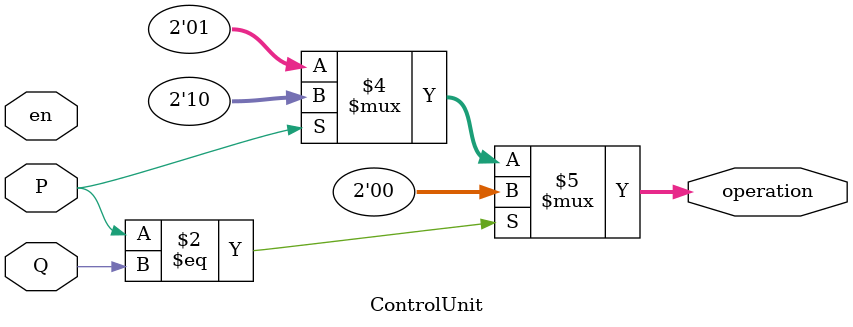
<source format=v>
module ControlUnit(input P, Q, en, output reg[1:0] operation);
always @(en)
begin
	operation = (P == Q) ? 2'b00 : (P == 1'b0) ? 2'b01 : 2'b10;
end
endmodule
</source>
